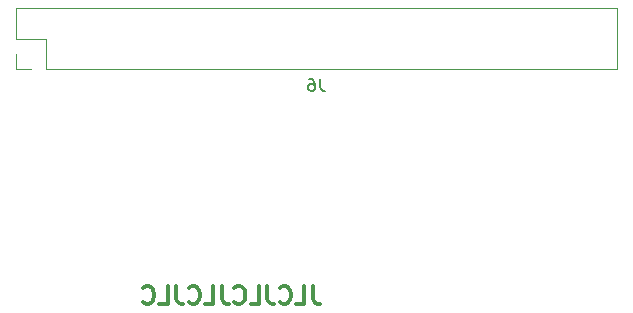
<source format=gbo>
G04 #@! TF.GenerationSoftware,KiCad,Pcbnew,(6.0.4)*
G04 #@! TF.CreationDate,2022-03-24T17:42:47+01:00*
G04 #@! TF.ProjectId,MT32pi-MiSTer,4d543332-7069-42d4-9d69-535465722e6b,rev?*
G04 #@! TF.SameCoordinates,Original*
G04 #@! TF.FileFunction,Legend,Bot*
G04 #@! TF.FilePolarity,Positive*
%FSLAX46Y46*%
G04 Gerber Fmt 4.6, Leading zero omitted, Abs format (unit mm)*
G04 Created by KiCad (PCBNEW (6.0.4)) date 2022-03-24 17:42:47*
%MOMM*%
%LPD*%
G01*
G04 APERTURE LIST*
%ADD10C,0.300000*%
%ADD11C,0.150000*%
%ADD12C,0.120000*%
G04 APERTURE END LIST*
D10*
X112228571Y-74478571D02*
X112228571Y-75550000D01*
X112300000Y-75764285D01*
X112442857Y-75907142D01*
X112657142Y-75978571D01*
X112800000Y-75978571D01*
X110800000Y-75978571D02*
X111514285Y-75978571D01*
X111514285Y-74478571D01*
X109442857Y-75835714D02*
X109514285Y-75907142D01*
X109728571Y-75978571D01*
X109871428Y-75978571D01*
X110085714Y-75907142D01*
X110228571Y-75764285D01*
X110300000Y-75621428D01*
X110371428Y-75335714D01*
X110371428Y-75121428D01*
X110300000Y-74835714D01*
X110228571Y-74692857D01*
X110085714Y-74550000D01*
X109871428Y-74478571D01*
X109728571Y-74478571D01*
X109514285Y-74550000D01*
X109442857Y-74621428D01*
X108371428Y-74478571D02*
X108371428Y-75550000D01*
X108442857Y-75764285D01*
X108585714Y-75907142D01*
X108800000Y-75978571D01*
X108942857Y-75978571D01*
X106942857Y-75978571D02*
X107657142Y-75978571D01*
X107657142Y-74478571D01*
X105585714Y-75835714D02*
X105657142Y-75907142D01*
X105871428Y-75978571D01*
X106014285Y-75978571D01*
X106228571Y-75907142D01*
X106371428Y-75764285D01*
X106442857Y-75621428D01*
X106514285Y-75335714D01*
X106514285Y-75121428D01*
X106442857Y-74835714D01*
X106371428Y-74692857D01*
X106228571Y-74550000D01*
X106014285Y-74478571D01*
X105871428Y-74478571D01*
X105657142Y-74550000D01*
X105585714Y-74621428D01*
X104514285Y-74478571D02*
X104514285Y-75550000D01*
X104585714Y-75764285D01*
X104728571Y-75907142D01*
X104942857Y-75978571D01*
X105085714Y-75978571D01*
X103085714Y-75978571D02*
X103800000Y-75978571D01*
X103800000Y-74478571D01*
X101728571Y-75835714D02*
X101800000Y-75907142D01*
X102014285Y-75978571D01*
X102157142Y-75978571D01*
X102371428Y-75907142D01*
X102514285Y-75764285D01*
X102585714Y-75621428D01*
X102657142Y-75335714D01*
X102657142Y-75121428D01*
X102585714Y-74835714D01*
X102514285Y-74692857D01*
X102371428Y-74550000D01*
X102157142Y-74478571D01*
X102014285Y-74478571D01*
X101800000Y-74550000D01*
X101728571Y-74621428D01*
X100657142Y-74478571D02*
X100657142Y-75550000D01*
X100728571Y-75764285D01*
X100871428Y-75907142D01*
X101085714Y-75978571D01*
X101228571Y-75978571D01*
X99228571Y-75978571D02*
X99942857Y-75978571D01*
X99942857Y-74478571D01*
X97871428Y-75835714D02*
X97942857Y-75907142D01*
X98157142Y-75978571D01*
X98300000Y-75978571D01*
X98514285Y-75907142D01*
X98657142Y-75764285D01*
X98728571Y-75621428D01*
X98800000Y-75335714D01*
X98800000Y-75121428D01*
X98728571Y-74835714D01*
X98657142Y-74692857D01*
X98514285Y-74550000D01*
X98300000Y-74478571D01*
X98157142Y-74478571D01*
X97942857Y-74550000D01*
X97871428Y-74621428D01*
D11*
X112833333Y-56952380D02*
X112833333Y-57666666D01*
X112880952Y-57809523D01*
X112976190Y-57904761D01*
X113119047Y-57952380D01*
X113214285Y-57952380D01*
X111928571Y-56952380D02*
X112119047Y-56952380D01*
X112214285Y-57000000D01*
X112261904Y-57047619D01*
X112357142Y-57190476D01*
X112404761Y-57380952D01*
X112404761Y-57761904D01*
X112357142Y-57857142D01*
X112309523Y-57904761D01*
X112214285Y-57952380D01*
X112023809Y-57952380D01*
X111928571Y-57904761D01*
X111880952Y-57857142D01*
X111833333Y-57761904D01*
X111833333Y-57523809D01*
X111880952Y-57428571D01*
X111928571Y-57380952D01*
X112023809Y-57333333D01*
X112214285Y-57333333D01*
X112309523Y-57380952D01*
X112357142Y-57428571D01*
X112404761Y-57523809D01*
D12*
X87070000Y-54790000D02*
X87070000Y-56120000D01*
X89670000Y-53520000D02*
X89670000Y-56120000D01*
X87070000Y-50920000D02*
X137990000Y-50920000D01*
X87070000Y-50920000D02*
X87070000Y-53520000D01*
X89670000Y-56120000D02*
X137990000Y-56120000D01*
X137990000Y-50920000D02*
X137990000Y-56120000D01*
X87070000Y-56120000D02*
X88400000Y-56120000D01*
X87070000Y-53520000D02*
X89670000Y-53520000D01*
M02*

</source>
